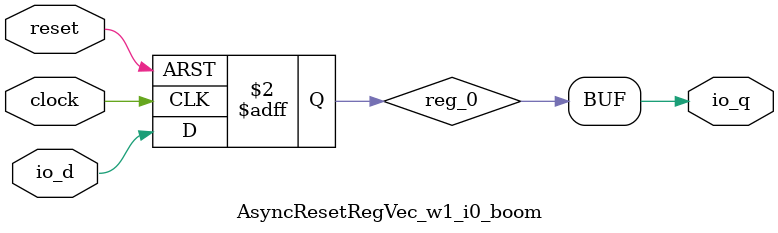
<source format=sv>
`ifndef RANDOMIZE
  `ifdef RANDOMIZE_REG_INIT
    `define RANDOMIZE
  `endif // RANDOMIZE_REG_INIT
`endif // not def RANDOMIZE
`ifndef RANDOMIZE
  `ifdef RANDOMIZE_MEM_INIT
    `define RANDOMIZE
  `endif // RANDOMIZE_MEM_INIT
`endif // not def RANDOMIZE

`ifndef RANDOM
  `define RANDOM $random
`endif // not def RANDOM

// Users can define 'PRINTF_COND' to add an extra gate to prints.
`ifndef PRINTF_COND_
  `ifdef PRINTF_COND
    `define PRINTF_COND_ (`PRINTF_COND)
  `else  // PRINTF_COND
    `define PRINTF_COND_ 1
  `endif // PRINTF_COND
`endif // not def PRINTF_COND_

// Users can define 'ASSERT_VERBOSE_COND' to add an extra gate to assert error printing.
`ifndef ASSERT_VERBOSE_COND_
  `ifdef ASSERT_VERBOSE_COND
    `define ASSERT_VERBOSE_COND_ (`ASSERT_VERBOSE_COND)
  `else  // ASSERT_VERBOSE_COND
    `define ASSERT_VERBOSE_COND_ 1
  `endif // ASSERT_VERBOSE_COND
`endif // not def ASSERT_VERBOSE_COND_

// Users can define 'STOP_COND' to add an extra gate to stop conditions.
`ifndef STOP_COND_
  `ifdef STOP_COND
    `define STOP_COND_ (`STOP_COND)
  `else  // STOP_COND
    `define STOP_COND_ 1
  `endif // STOP_COND
`endif // not def STOP_COND_

// Users can define INIT_RANDOM as general code that gets injected into the
// initializer block for modules with registers.
`ifndef INIT_RANDOM
  `define INIT_RANDOM
`endif // not def INIT_RANDOM

// If using random initialization, you can also define RANDOMIZE_DELAY to
// customize the delay used, otherwise 0.002 is used.
`ifndef RANDOMIZE_DELAY
  `define RANDOMIZE_DELAY 0.002
`endif // not def RANDOMIZE_DELAY

// Define INIT_RANDOM_PROLOG_ for use in our modules below.
`ifndef INIT_RANDOM_PROLOG_
  `ifdef RANDOMIZE
    `ifdef VERILATOR
      `define INIT_RANDOM_PROLOG_ `INIT_RANDOM
    `else  // VERILATOR
      `define INIT_RANDOM_PROLOG_ `INIT_RANDOM #`RANDOMIZE_DELAY begin end
    `endif // VERILATOR
  `else  // RANDOMIZE
    `define INIT_RANDOM_PROLOG_
  `endif // RANDOMIZE
`endif // not def INIT_RANDOM_PROLOG_

module AsyncResetRegVec_w1_i0_boom(
  input  clock,
         reset,
         io_d,
  output io_q
);

  reg reg_0;	// @[AsyncResetReg.scala:63:50]
  always @(posedge clock or posedge reset) begin
    if (reset)
      reg_0 <= 1'h0;	// @[AsyncResetReg.scala:63:50]
    else
      reg_0 <= io_d;	// @[AsyncResetReg.scala:63:50]
  end // always @(posedge, posedge)
  `ifndef SYNTHESIS
    `ifdef FIRRTL_BEFORE_INITIAL
      `FIRRTL_BEFORE_INITIAL
    `endif // FIRRTL_BEFORE_INITIAL
    logic [31:0] _RANDOM_0;
    initial begin
      `ifdef INIT_RANDOM_PROLOG_
        `INIT_RANDOM_PROLOG_
      `endif // INIT_RANDOM_PROLOG_
      `ifdef RANDOMIZE_REG_INIT
        _RANDOM_0 = `RANDOM;
        reg_0 = _RANDOM_0[0];	// @[AsyncResetReg.scala:63:50]
      `endif // RANDOMIZE_REG_INIT
      `ifdef RANDOMIZE
        if (reset)
          reg_0 = 1'h0;	// @[AsyncResetReg.scala:63:50]
      `endif // RANDOMIZE
    end // initial
    `ifdef FIRRTL_AFTER_INITIAL
      `FIRRTL_AFTER_INITIAL
    `endif // FIRRTL_AFTER_INITIAL
  `endif // not def SYNTHESIS
  assign io_q = reg_0;	// @[AsyncResetReg.scala:63:50]
endmodule


</source>
